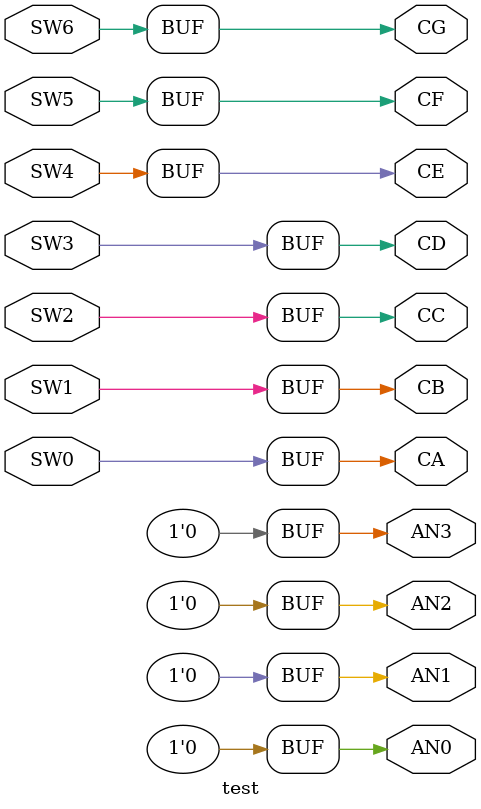
<source format=v>
`timescale 1ns / 1ps


module test(
    input SW0,SW1,SW2,SW3,SW4,SW5,SW6,
    output CA, CB, CC, CD, CE, CF, CG,
    output AN0, AN1, AN2, AN3
    );
    assign AN0 = 0;
    assign AN1 = 0;
    assign AN2 = 0;
    assign AN3 = 0;

    assign CA = SW0;
    assign CB = SW1;
    assign CC = SW2;
    assign CD = SW3;
    assign CE = SW4;
    assign CF = SW5;
    assign CG = SW6;
endmodule

</source>
